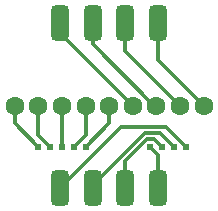
<source format=gbl>
G04 #@! TF.GenerationSoftware,KiCad,Pcbnew,7.0.1*
G04 #@! TF.CreationDate,2023-03-20T20:32:41+09:00*
G04 #@! TF.ProjectId,bridgeDSUB9P,62726964-6765-4445-9355-4239502e6b69,V1.0*
G04 #@! TF.SameCoordinates,Original*
G04 #@! TF.FileFunction,Copper,L2,Bot*
G04 #@! TF.FilePolarity,Positive*
%FSLAX46Y46*%
G04 Gerber Fmt 4.6, Leading zero omitted, Abs format (unit mm)*
G04 Created by KiCad (PCBNEW 7.0.1) date 2023-03-20 20:32:41*
%MOMM*%
%LPD*%
G01*
G04 APERTURE LIST*
G04 Aperture macros list*
%AMRoundRect*
0 Rectangle with rounded corners*
0 $1 Rounding radius*
0 $2 $3 $4 $5 $6 $7 $8 $9 X,Y pos of 4 corners*
0 Add a 4 corners polygon primitive as box body*
4,1,4,$2,$3,$4,$5,$6,$7,$8,$9,$2,$3,0*
0 Add four circle primitives for the rounded corners*
1,1,$1+$1,$2,$3*
1,1,$1+$1,$4,$5*
1,1,$1+$1,$6,$7*
1,1,$1+$1,$8,$9*
0 Add four rect primitives between the rounded corners*
20,1,$1+$1,$2,$3,$4,$5,0*
20,1,$1+$1,$4,$5,$6,$7,0*
20,1,$1+$1,$6,$7,$8,$9,0*
20,1,$1+$1,$8,$9,$2,$3,0*%
G04 Aperture macros list end*
G04 #@! TA.AperFunction,ComponentPad*
%ADD10C,1.600000*%
G04 #@! TD*
G04 #@! TA.AperFunction,SMDPad,CuDef*
%ADD11RoundRect,0.375000X0.375000X-1.125000X0.375000X1.125000X-0.375000X1.125000X-0.375000X-1.125000X0*%
G04 #@! TD*
G04 #@! TA.AperFunction,SMDPad,CuDef*
%ADD12RoundRect,0.375000X-0.375000X1.125000X-0.375000X-1.125000X0.375000X-1.125000X0.375000X1.125000X0*%
G04 #@! TD*
G04 #@! TA.AperFunction,ViaPad*
%ADD13C,0.609600*%
G04 #@! TD*
G04 #@! TA.AperFunction,Conductor*
%ADD14C,0.304800*%
G04 #@! TD*
G04 APERTURE END LIST*
D10*
X8000000Y0D03*
X-4000000Y0D03*
X4000000Y0D03*
X0Y0D03*
X-8000000Y0D03*
D11*
X4155000Y-7000000D03*
X1385000Y-7000000D03*
X-1385000Y-7000000D03*
X-4155000Y-7000000D03*
D10*
X-2000000Y0D03*
X6000000Y0D03*
X2000000Y0D03*
D12*
X-4155000Y7000000D03*
X-1385000Y7000000D03*
X1385000Y7000000D03*
X4155000Y7000000D03*
D10*
X-6000000Y0D03*
D13*
X-6000000Y-3500000D03*
X-5000000Y-3500000D03*
X-4000000Y-3500000D03*
X-3000000Y-3500000D03*
X-2000000Y-3500000D03*
X3500000Y-3500000D03*
X4500000Y-3500000D03*
X5500000Y-3500000D03*
X6500000Y-3500000D03*
D14*
X-8000000Y0D02*
X-8000000Y-1500000D01*
X-8000000Y-1500000D02*
X-6000000Y-3500000D01*
X-6000000Y0D02*
X-6000000Y-2500000D01*
X-6000000Y-2500000D02*
X-5000000Y-3500000D01*
X-4000000Y0D02*
X-4000000Y-3500000D01*
X-2000000Y0D02*
X-2000000Y-2500000D01*
X-2000000Y-2500000D02*
X-3000000Y-3500000D01*
X0Y-1500000D02*
X-2000000Y-3500000D01*
X0Y0D02*
X0Y-1500000D01*
X-4155000Y7000000D02*
X-4155000Y6155000D01*
X-4155000Y6155000D02*
X2000000Y0D01*
X4155000Y-7000000D02*
X4155000Y-4155000D01*
X4155000Y-4155000D02*
X3500000Y-3500000D01*
X1385000Y-7000000D02*
X1385000Y-4681053D01*
X1385000Y-4681053D02*
X3226453Y-2839600D01*
X3807500Y0D02*
X4000000Y0D01*
X3839600Y-2839600D02*
X4500000Y-3500000D01*
X-1385000Y5192500D02*
X3807500Y0D01*
X-1385000Y7000000D02*
X-1385000Y5192500D01*
X3226453Y-2839600D02*
X3839600Y-2839600D01*
X-1385000Y-7000000D02*
X-1385000Y-6732633D01*
X-1385000Y-6732633D02*
X3016033Y-2331600D01*
X1385000Y7000000D02*
X1385000Y4615000D01*
X1385000Y4615000D02*
X6000000Y0D01*
X3016033Y-2331600D02*
X4331600Y-2331600D01*
X4331600Y-2331600D02*
X5500000Y-3500000D01*
X4155000Y7000000D02*
X4155000Y3845000D01*
X4823601Y-1823601D02*
X6500000Y-3500000D01*
X4155000Y3845000D02*
X8000000Y0D01*
X1021399Y-1823601D02*
X4823601Y-1823601D01*
X-4155000Y-7000000D02*
X1021399Y-1823601D01*
M02*

</source>
